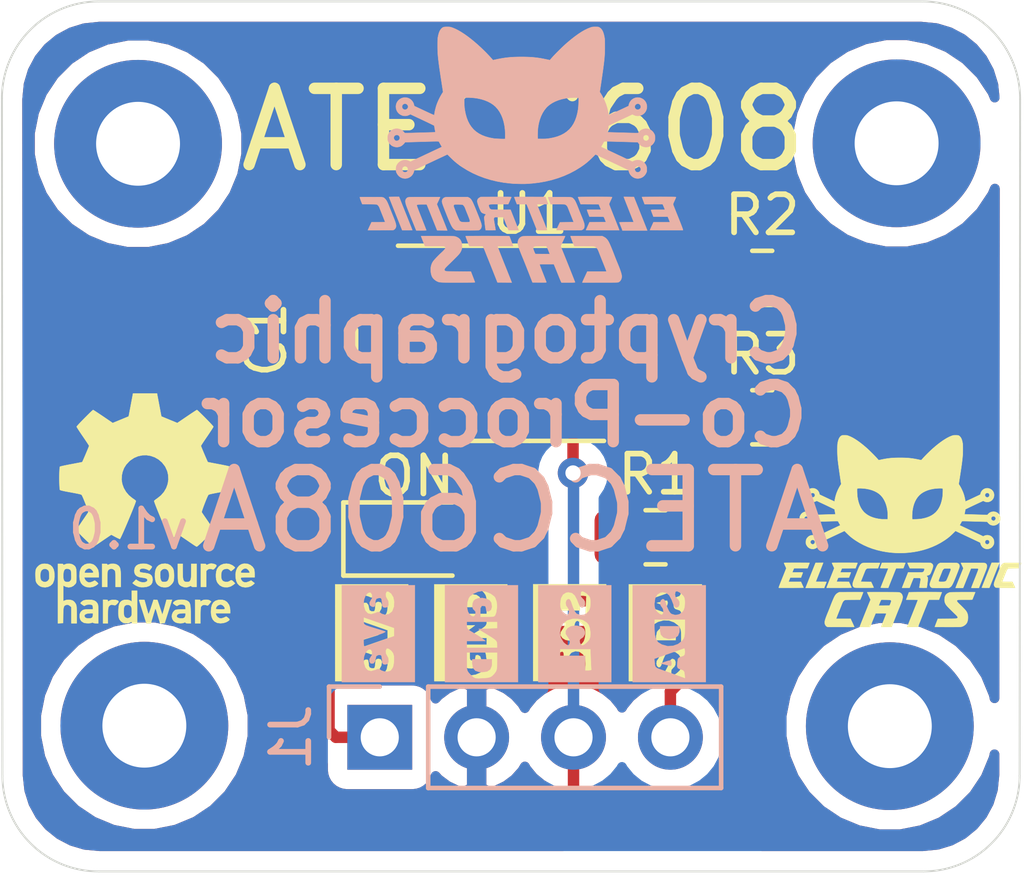
<source format=kicad_pcb>
(kicad_pcb (version 20171130) (host pcbnew "(5.1.4-0-10_14)")
  (title_block (title ATECC608A) (date 2019-09-03) (rev 0.1) (company "Electronic Cats") (comment 3 "Montserrar Figueroa") (comment 4 "Andres Sabas"))
  (layers (0 F.Cu signal) (31 B.Cu signal) (34 B.Paste user) (35 F.Paste user) (36 B.SilkS user) (37 F.SilkS user) (38 B.Mask user) (39 F.Mask user) (44 Edge.Cuts user))
  (net 0 "")
  (net 1 +3V3)
  (net 2 GND)
  (net 3 /SCL)
  (net 4 /SDA)
  (net 5 "Net-(ON1-Pad1)")
  (module Aesthetics:electronic_cats_logo_4x3 (layer F.Cu) (at 174.675 44.375)
    (fp_text reference G*** hide)
    (fp_text value LOGO hide)
  )
  (module Aesthetics:SDA (layer B.Cu) (at 168.625 47.05 270)
    (fp_text reference G*** hide)
    (fp_text value LOGO hide)
  )
  (module Aesthetics:SCL (layer B.Cu) (at 166.15 47.05 270)
    (fp_text reference G*** hide)
    (fp_text value LOGO hide)
  )
  (module Aesthetics:GND (layer B.Cu) (at 163.703 47.05 270)
    (fp_text reference G*** hide)
    (fp_text value LOGO hide)
  )
  (module Aesthetics:3v3 (layer B.Cu) (at 161 47.05 270)
    (fp_text reference G*** hide)
    (fp_text value LOGO hide)
  )
  (module GND (layer F.Cu) (at 163.4238 47.0555 90)
    (fp_text reference G*** hide)
    (fp_text value LOGO hide)
  )
  (module 3v3 (layer F.Cu) (at 160.8238 47.0555 90)
    (fp_text reference G*** hide)
    (fp_text value LOGO hide)
  )
  (module SCL (layer F.Cu) (at 166.0144 47.0535 90)
    (fp_text reference G*** hide)
    (fp_text value LOGO hide)
  )
  (module SDA (layer F.Cu) (at 168.5238 47.0555 90)
    (fp_text reference G*** hide)
    (fp_text value LOGO hide)
  )
  (module Symbol:OSHW-Logo_5.7x6mm_SilkScreen (layer F.Cu) (at 154.875 43.775)
    (fp_text reference REF** hide)
    (fp_text value OSHW-Logo_5.7x6mm_SilkScreen hide)
  )
  (module Aesthetics:electronic_cats_logo_8x6 (layer B.Cu) (at 164.75 34.5 180)
    (fp_text reference G*** hide)
    (fp_text value LOGO hide)
  )
  (module MountingHole:MountingHole_2.2mm_M2_Pad (layer F.Cu) (at 154.6987 34.2138)
    (fp_text reference REF**)
    (fp_text value MountingHole_2.2mm_M2_Pad)
    (pad 1 thru_hole circle (at 0 0) (size 4.4 4.4) (drill 2.2) (layers *.Cu *.Mask))
  )
  (module MountingHole:MountingHole_2.2mm_M2_Pad (layer F.Cu) (at 154.8638 49.4792)
    (fp_text reference REF**)
    (fp_text value MountingHole_2.2mm_M2_Pad)
    (pad 1 thru_hole circle (at 0 0) (size 4.4 4.4) (drill 2.2) (layers *.Cu *.Mask))
  )
  (module MountingHole:MountingHole_2.2mm_M2_Pad (layer F.Cu) (at 174.4091 49.4919)
    (fp_text reference REF**)
    (fp_text value MountingHole_2.2mm_M2_Pad)
    (pad 1 thru_hole circle (at 0 0) (size 4.4 4.4) (drill 2.2) (layers *.Cu *.Mask))
  )
  (module MountingHole:MountingHole_2.2mm_M2_Pad (layer F.Cu) (at 174.5869 34.2011)
    (fp_text reference REF**)
    (fp_text value MountingHole_2.2mm_M2_Pad)
    (pad 1 thru_hole circle (at 0 0) (size 4.4 4.4) (drill 2.2) (layers *.Cu *.Mask))
  )
  (module LED_SMD:LED_0805_2012Metric_Pad1.15x1.40mm_HandSolder (layer F.Cu) (at 161.942 44.5821)
    (fp_text reference ON (at 0 -1.65) (layer F.SilkS))
    (fp_text value LED)
    (pad 1 smd roundrect (at -1.025 0) (size 1.15 1.4) (layers F.Cu F.Paste F.Mask) (roundrect_rratio 0.217391) (net 5 "Net-(ON1-Pad1)"))
    (pad 2 smd roundrect (at 1.025 0) (size 1.15 1.4) (layers F.Cu F.Paste F.Mask) (roundrect_rratio 0.217391) (net 1 +3V3))
  )
  (module Capacitor_SMD:C_0805_2012Metric_Pad1.15x1.40mm_HandSolder (layer F.Cu) (at 159.7063 39.3534 90)
    (fp_text reference C1 (at 0 -1.65 90) (layer F.SilkS))
    (fp_text value 0.1uF)
    (pad 1 smd roundrect (at -1.025 0 90) (size 1.15 1.4) (layers F.Cu F.Paste F.Mask) (roundrect_rratio 0.217391) (net 1 +3V3))
    (pad 2 smd roundrect (at 1.025 0 90) (size 1.15 1.4) (layers F.Cu F.Paste F.Mask) (roundrect_rratio 0.217391) (net 2 GND))
  )
  (module Connector_PinHeader_2.54mm:PinHeader_1x04_P2.54mm_Vertical (layer B.Cu) (at 161.036 49.784 270)
    (fp_text reference J1 (at 0 2.33 270) (layer B.SilkS) (effects (justify mirror)))
    (fp_text value Conn_01x04)
    (pad 1 thru_hole rect (at 0 0 270) (size 1.7 1.7) (drill 1) (layers *.Cu *.Mask) (net 1 +3V3))
    (pad 2 thru_hole oval (at 0 -2.54 270) (size 1.7 1.7) (drill 1) (layers *.Cu *.Mask) (net 2 GND))
    (pad 3 thru_hole oval (at 0 -5.08 270) (size 1.7 1.7) (drill 1) (layers *.Cu *.Mask) (net 3 /SCL))
    (pad 4 thru_hole oval (at 0 -7.62 270) (size 1.7 1.7) (drill 1) (layers *.Cu *.Mask) (net 4 /SDA))
  )
  (module Resistor_SMD:R_0805_2012Metric_Pad1.15x1.40mm_HandSolder (layer F.Cu) (at 168.267 44.5371)
    (fp_text reference R1 (at 0 -1.65) (layer F.SilkS))
    (fp_text value 180)
    (pad 1 smd roundrect (at -1.025 0) (size 1.15 1.4) (layers F.Cu F.Paste F.Mask) (roundrect_rratio 0.217391) (net 5 "Net-(ON1-Pad1)"))
    (pad 2 smd roundrect (at 1.025 0) (size 1.15 1.4) (layers F.Cu F.Paste F.Mask) (roundrect_rratio 0.217391) (net 2 GND))
  )
  (module Package_SO:SOIC-8_3.9x4.9mm_P1.27mm (layer F.Cu) (at 164.965001 39.448401)
    (fp_text reference U1 (at 0 -3.4) (layer F.SilkS))
    (fp_text value ATECC608A-SSHDA)
    (pad 1 smd roundrect (at -2.475 -1.905) (size 1.95 0.6) (layers F.Cu F.Paste F.Mask))
    (pad 2 smd roundrect (at -2.475 -0.635) (size 1.95 0.6) (layers F.Cu F.Paste F.Mask))
    (pad 3 smd roundrect (at -2.475 0.635) (size 1.95 0.6) (layers F.Cu F.Paste F.Mask))
    (pad 4 smd roundrect (at -2.475 1.905) (size 1.95 0.6) (layers F.Cu F.Paste F.Mask) (net 2 GND))
    (pad 5 smd roundrect (at 2.475 1.905) (size 1.95 0.6) (layers F.Cu F.Paste F.Mask) (net 4 /SDA))
    (pad 6 smd roundrect (at 2.475 0.635) (size 1.95 0.6) (layers F.Cu F.Paste F.Mask) (net 3 /SCL))
    (pad 7 smd roundrect (at 2.475 -0.635) (size 1.95 0.6) (layers F.Cu F.Paste F.Mask))
    (pad 8 smd roundrect (at 2.475 -1.905) (size 1.95 0.6) (layers F.Cu F.Paste F.Mask) (net 1 +3V3))
  )
  (module Resistor_SMD:R_0805_2012Metric_Pad1.15x1.40mm_HandSolder (layer F.Cu) (at 171.0638 37.7315)
    (fp_text reference R2 (at 0 -1.65) (layer F.SilkS))
    (fp_text value 4K7)
    (pad 2 smd roundrect (at 1.025 0) (size 1.15 1.4) (layers F.Cu F.Paste F.Mask) (roundrect_rratio 0.217391) (net 3 /SCL))
    (pad 1 smd roundrect (at -1.025 0) (size 1.15 1.4) (layers F.Cu F.Paste F.Mask) (roundrect_rratio 0.217391) (net 1 +3V3))
  )
  (module Resistor_SMD:R_0805_2012Metric_Pad1.15x1.40mm_HandSolder (layer F.Cu) (at 171.0638 41.3891)
    (fp_text reference R3 (at 0 -1.65) (layer F.SilkS))
    (fp_text value 4K7)
    (pad 1 smd roundrect (at -1.025 0) (size 1.15 1.4) (layers F.Cu F.Paste F.Mask) (roundrect_rratio 0.217391) (net 1 +3V3))
    (pad 2 smd roundrect (at 1.025 0) (size 1.15 1.4) (layers F.Cu F.Paste F.Mask) (roundrect_rratio 0.217391) (net 4 /SDA))
  )
  (gr_text v1.0 (at 154.45 44.325) (layer B.SilkS) (effects (font (size 1 1)) (justify mirror)))
  (gr_text ATECC608 (at 164.8 33.85) (layer F.SilkS) (effects (font (size 2 2) (thickness 0.3))))
  (gr_text ATECC608A (at 164.6 43.85) (layer B.SilkS) (effects (font (size 2 2) (thickness 0.3)) (justify mirror)))
  (gr_text Cryptographic (at 164.35 39.15) (layer B.SilkS) (effects (font (size 1.5 1.5) (thickness 0.3)) (justify mirror)))
  (gr_text Co-Proccesor (at 164.3 41.35) (layer B.SilkS) (effects (font (size 1.5 1.5) (thickness 0.3)) (justify mirror)))
  (gr_line (start 151.142701 50.799999) (end 151.13 33.02) (layer Edge.Cuts) (width 0.05))
  (gr_line (start 175.298132 53.301836) (end 153.670063 53.301899) (layer Edge.Cuts) (width 0.05))
  (gr_arc (start 153.6573 50.7873) (end 151.142701 50.799999) (angle -90.00146886) (layer Edge.Cuts) (width 0.05))
  (gr_line (start 177.8127 50.7873) (end 177.8127 50.8) (layer Edge.Cuts) (width 0.05))
  (gr_line (start 177.8254 33.0454) (end 177.8127 50.7873) (layer Edge.Cuts) (width 0.05))
  (gr_arc (start 175.298132 50.787236) (end 175.298132 53.301836) (angle -89.70916098) (layer Edge.Cuts) (width 0.05))
  (gr_line (start 175.26 30.48) (end 153.67 30.48) (layer Edge.Cuts) (width 0.05))
  (gr_arc (start 153.67 33.02) (end 153.67 30.48) (angle -90) (layer Edge.Cuts) (width 0.05))
  (gr_arc (start 175.26 33.0454) (end 177.8254 33.0454) (angle -90) (layer Edge.Cuts) (width 0.05))
  (segment (start 169.850701 37.543401) (end 170.0388 37.7315) (width 0.3) (layer F.Cu) (net 1))
  (segment (start 167.440001 37.543401) (end 169.850701 37.543401) (width 0.3) (layer F.Cu) (net 1))
  (segment (start 159.886 49.784) (end 161.036 49.784) (width 0.3) (layer F.Cu) (net 1))
  (segment (start 159.7063 49.6043) (end 159.886 49.784) (width 0.3) (layer F.Cu) (net 1))
  (segment (start 162.967 44.5821) (end 162.967 43.0409) (width 0.3) (layer F.Cu) (net 1))
  (segment (start 162.967 43.0409) (end 162.6578 42.7317) (width 0.3) (layer F.Cu) (net 1))
  (segment (start 160.0035 42.7317) (end 159.7063 42.4345) (width 0.3) (layer F.Cu) (net 1))
  (segment (start 160.067 42.7317) (end 160.0035 42.7317) (width 0.3) (layer F.Cu) (net 1))
  (segment (start 159.7063 42.4345) (end 159.7063 42.7317) (width 0.3) (layer F.Cu) (net 1))
  (segment (start 159.7063 40.3784) (end 159.7063 42.4345) (width 0.3) (layer F.Cu) (net 1))
  (segment (start 160.067 42.7317) (end 159.7063 42.7317) (width 0.3) (layer F.Cu) (net 1))
  (segment (start 159.9552 42.7317) (end 159.7063 42.9806) (width 0.3) (layer F.Cu) (net 1))
  (segment (start 160.067 42.7317) (end 159.9552 42.7317) (width 0.3) (layer F.Cu) (net 1))
  (segment (start 159.7063 42.7317) (end 159.7063 42.9806) (width 0.3) (layer F.Cu) (net 1))
  (segment (start 159.7063 42.9806) (end 159.7063 49.6043) (width 0.3) (layer F.Cu) (net 1))
  (segment (start 166.365001 37.543401) (end 165.0619 38.846502) (width 0.3) (layer F.Cu) (net 1))
  (segment (start 167.440001 37.543401) (end 166.365001 37.543401) (width 0.3) (layer F.Cu) (net 1))
  (segment (start 165.0619 38.846502) (end 165.0619 42.4434) (width 0.3) (layer F.Cu) (net 1))
  (segment (start 165.0619 42.4434) (end 164.7736 42.7317) (width 0.3) (layer F.Cu) (net 1))
  (segment (start 162.6578 42.7317) (end 162.3098 42.7317) (width 0.3) (layer F.Cu) (net 1))
  (segment (start 162.3098 42.7317) (end 160.067 42.7317) (width 0.3) (layer F.Cu) (net 1))
  (segment (start 162.9963 43.0409) (end 163.3055 42.7317) (width 0.3) (layer F.Cu) (net 1))
  (segment (start 162.967 43.0409) (end 162.9963 43.0409) (width 0.3) (layer F.Cu) (net 1))
  (segment (start 164.7736 42.7317) (end 163.3055 42.7317) (width 0.3) (layer F.Cu) (net 1))
  (segment (start 163.3055 42.7317) (end 162.3098 42.7317) (width 0.3) (layer F.Cu) (net 1))
  (segment (start 170.0388 40.5891) (end 170.0388 37.7315) (width 0.3) (layer F.Cu) (net 1))
  (segment (start 170.0388 41.3891) (end 170.0388 40.5891) (width 0.3) (layer F.Cu) (net 1))
  (via (at 166.1033 42.8498) (size 0.8) (drill 0.4) (layers F.Cu B.Cu) (net 3))
  (segment (start 166.116 49.784) (end 166.116 42.8625) (width 0.3) (layer B.Cu) (net 3))
  (segment (start 166.116 42.8625) (end 166.1033 42.8498) (width 0.3) (layer B.Cu) (net 3))
  (segment (start 166.365001 40.083401) (end 167.440001 40.083401) (width 0.3) (layer F.Cu) (net 3))
  (segment (start 166.064991 40.383411) (end 166.365001 40.083401) (width 0.3) (layer F.Cu) (net 3))
  (segment (start 166.064991 41.731225) (end 166.064991 40.383411) (width 0.3) (layer F.Cu) (net 3))
  (segment (start 166.1033 41.769534) (end 166.064991 41.731225) (width 0.3) (layer F.Cu) (net 3))
  (segment (start 166.1033 42.8498) (end 166.1033 41.769534) (width 0.3) (layer F.Cu) (net 3))
  (segment (start 172.7638 37.7315) (end 173.4566 38.4243) (width 0.3) (layer F.Cu) (net 3))
  (segment (start 172.0888 37.7315) (end 172.7638 37.7315) (width 0.3) (layer F.Cu) (net 3))
  (segment (start 173.4566 38.4243) (end 173.4566 45.2247) (width 0.3) (layer F.Cu) (net 3))
  (segment (start 173.4566 45.2247) (end 170.7261 47.9552) (width 0.3) (layer F.Cu) (net 3))
  (segment (start 170.7261 47.9552) (end 170.7261 51.8541) (width 0.3) (layer F.Cu) (net 3))
  (segment (start 170.7261 51.8541) (end 170.2562 52.324) (width 0.3) (layer F.Cu) (net 3))
  (segment (start 170.2562 52.324) (end 166.6367 52.324) (width 0.3) (layer F.Cu) (net 3))
  (segment (start 166.116 51.8033) (end 166.116 49.784) (width 0.3) (layer F.Cu) (net 3))
  (segment (start 166.6367 52.324) (end 166.116 51.8033) (width 0.3) (layer F.Cu) (net 3))
  (segment (start 172.0888 42.1891) (end 172.0888 41.3891) (width 0.3) (layer F.Cu) (net 4))
  (segment (start 168.656 48.581919) (end 172.0888 45.149119) (width 0.3) (layer F.Cu) (net 4))
  (segment (start 168.656 49.784) (end 168.656 48.581919) (width 0.3) (layer F.Cu) (net 4))
  (segment (start 167.440001 41.753401) (end 168.7485 43.0619) (width 0.3) (layer F.Cu) (net 4))
  (segment (start 167.440001 41.353401) (end 167.440001 41.753401) (width 0.3) (layer F.Cu) (net 4))
  (segment (start 171.8551 43.0619) (end 172.0888 42.8282) (width 0.3) (layer F.Cu) (net 4))
  (segment (start 171.6443 43.0619) (end 171.8551 43.0619) (width 0.3) (layer F.Cu) (net 4))
  (segment (start 172.0888 42.8282) (end 172.0888 42.1891) (width 0.3) (layer F.Cu) (net 4))
  (segment (start 172.0888 43.0619) (end 172.0888 42.8282) (width 0.3) (layer F.Cu) (net 4))
  (segment (start 171.6443 43.0619) (end 172.0888 43.0619) (width 0.3) (layer F.Cu) (net 4))
  (segment (start 168.7485 43.0619) (end 171.6443 43.0619) (width 0.3) (layer F.Cu) (net 4))
  (segment (start 171.8221 43.0619) (end 172.0888 43.3286) (width 0.3) (layer F.Cu) (net 4))
  (segment (start 171.6443 43.0619) (end 171.8221 43.0619) (width 0.3) (layer F.Cu) (net 4))
  (segment (start 172.0888 45.149119) (end 172.0888 43.3286) (width 0.3) (layer F.Cu) (net 4))
  (segment (start 172.0888 43.3286) (end 172.0888 43.0619) (width 0.3) (layer F.Cu) (net 4))
  (segment (start 160.917 44.5821) (end 160.917 45.728) (width 0.3) (layer F.Cu) (net 5))
  (segment (start 160.917 45.728) (end 161.3916 46.2026) (width 0.3) (layer F.Cu) (net 5))
  (segment (start 161.3916 46.2026) (end 166.8272 46.2026) (width 0.3) (layer F.Cu) (net 5))
  (segment (start 167.242 45.7878) (end 167.242 44.5371) (width 0.3) (layer F.Cu) (net 5))
  (segment (start 166.8272 46.2026) (end 167.242 45.7878) (width 0.3) (layer F.Cu) (net 5))
  (zone (net 2) (net_name GND) (layer F.Cu) (connect_pads (clearance 0.508)) (min_thickness 0.254) (fill yes (arc_segments 32) (thermal_gap 0.508) (thermal_bridge_width 0.508))
    (polygon (pts (xy 151.2062 30.5054) (xy 177.8635 30.4673) (xy 177.8 53.3654) (xy 151.1427 53.3273)))
  )
  (zone (net 2) (net_name GND) (layer B.Cu) (connect_pads (clearance 0.508)) (min_thickness 0.254) (fill yes (arc_segments 32) (thermal_gap 0.508) (thermal_bridge_width 0.508))
    (polygon (pts (xy 151.13 30.5435) (xy 177.927 30.4419) (xy 177.8762 53.4797) (xy 151.0792 53.3781)))
  )
)
</source>
